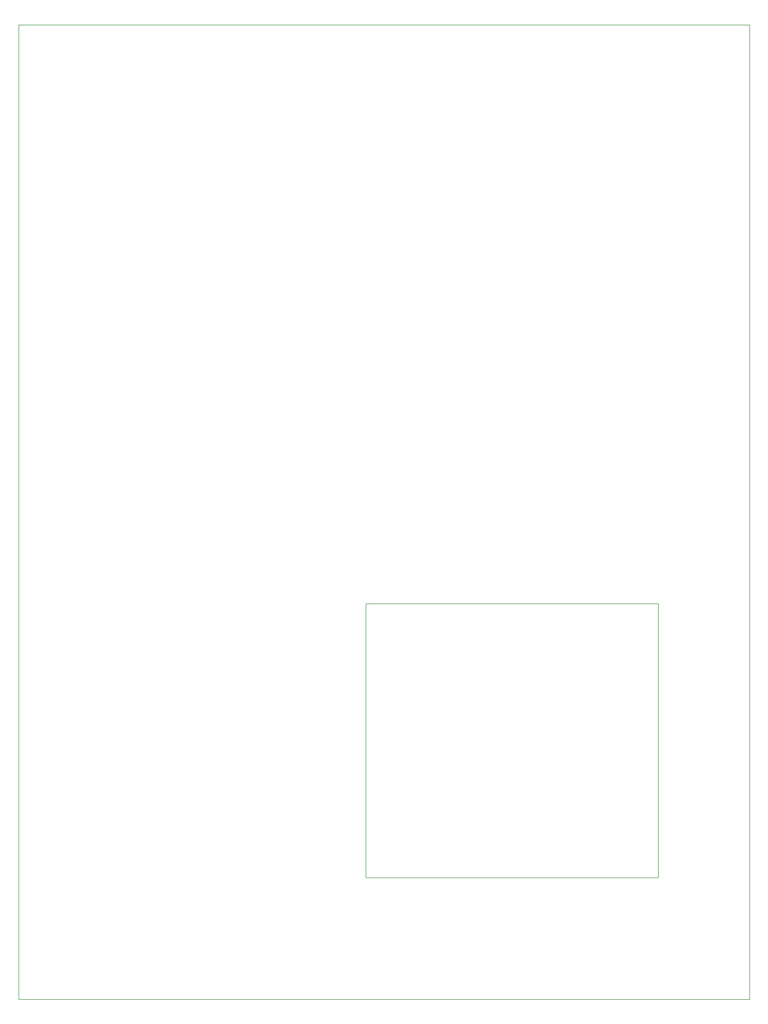
<source format=gbr>
%TF.GenerationSoftware,KiCad,Pcbnew,(5.1.9)-1*%
%TF.CreationDate,2022-01-07T19:27:11-07:00*%
%TF.ProjectId,PCB_01,5043425f-3031-42e6-9b69-6361645f7063,rev?*%
%TF.SameCoordinates,Original*%
%TF.FileFunction,Profile,NP*%
%FSLAX46Y46*%
G04 Gerber Fmt 4.6, Leading zero omitted, Abs format (unit mm)*
G04 Created by KiCad (PCBNEW (5.1.9)-1) date 2022-01-07 19:27:11*
%MOMM*%
%LPD*%
G01*
G04 APERTURE LIST*
%TA.AperFunction,Profile*%
%ADD10C,0.050000*%
%TD*%
G04 APERTURE END LIST*
D10*
X57000000Y-95000000D02*
X57000000Y-140000000D01*
X105000000Y-95000000D02*
X105000000Y-140000000D01*
X57000000Y-140000000D02*
X105000000Y-140000000D01*
X57000000Y-95000000D02*
X105000000Y-95000000D01*
X120000000Y-160000000D02*
X0Y-160000000D01*
X120000000Y0D02*
X120000000Y-160000000D01*
X0Y0D02*
X120000000Y0D01*
X0Y0D02*
X0Y-160000000D01*
M02*

</source>
